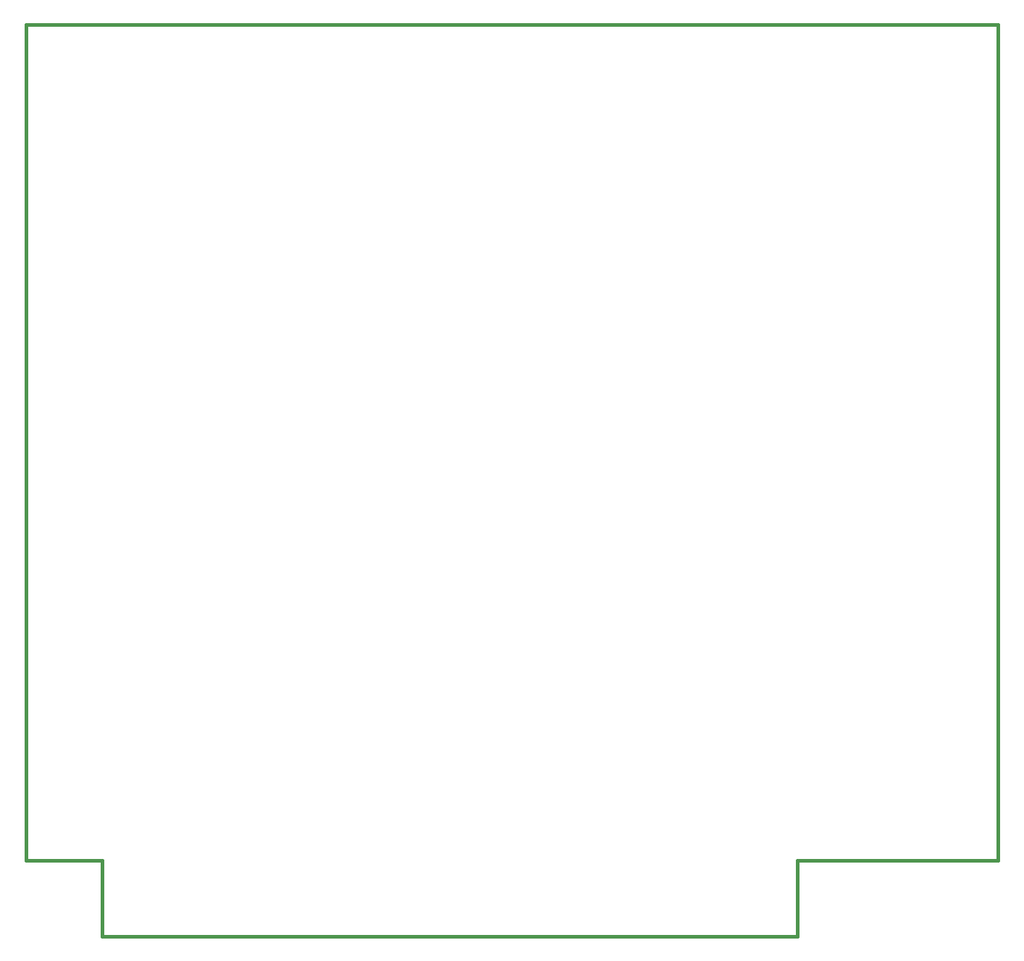
<source format=gm1>
G04 #@! TF.FileFunction,Profile,NP*
%FSLAX46Y46*%
G04 Gerber Fmt 4.6, Leading zero omitted, Abs format (unit mm)*
G04 Created by KiCad (PCBNEW 4.0.0-stable) date Wed 25 May 2016 05:37:34 PM EDT*
%MOMM*%
G01*
G04 APERTURE LIST*
%ADD10C,0.150000*%
%ADD11C,0.381000*%
G04 APERTURE END LIST*
D10*
D11*
X77470000Y-132080000D02*
X77470000Y-34290000D01*
X86360000Y-132080000D02*
X77470000Y-132080000D01*
X191135000Y-34290000D02*
X77470000Y-34290000D01*
X191135000Y-132080000D02*
X191135000Y-34290000D01*
X177800000Y-132080000D02*
X191135000Y-132080000D01*
X167640000Y-132080000D02*
X177800000Y-132080000D01*
X167640000Y-140970000D02*
X167640000Y-132080000D01*
X86360000Y-140970000D02*
X167640000Y-140970000D01*
X86360000Y-132080000D02*
X86360000Y-140970000D01*
M02*

</source>
